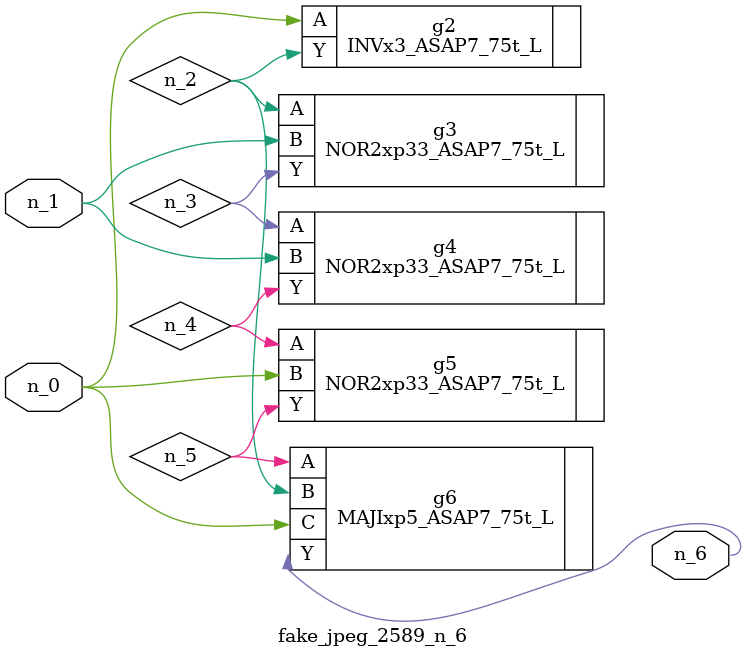
<source format=v>
module fake_jpeg_2589_n_6 (n_0, n_1, n_6);

input n_0;
input n_1;

output n_6;

wire n_3;
wire n_2;
wire n_4;
wire n_5;

INVx3_ASAP7_75t_L g2 ( 
.A(n_0),
.Y(n_2)
);

NOR2xp33_ASAP7_75t_L g3 ( 
.A(n_2),
.B(n_1),
.Y(n_3)
);

NOR2xp33_ASAP7_75t_L g4 ( 
.A(n_3),
.B(n_1),
.Y(n_4)
);

NOR2xp33_ASAP7_75t_L g5 ( 
.A(n_4),
.B(n_0),
.Y(n_5)
);

MAJIxp5_ASAP7_75t_L g6 ( 
.A(n_5),
.B(n_2),
.C(n_0),
.Y(n_6)
);


endmodule
</source>
